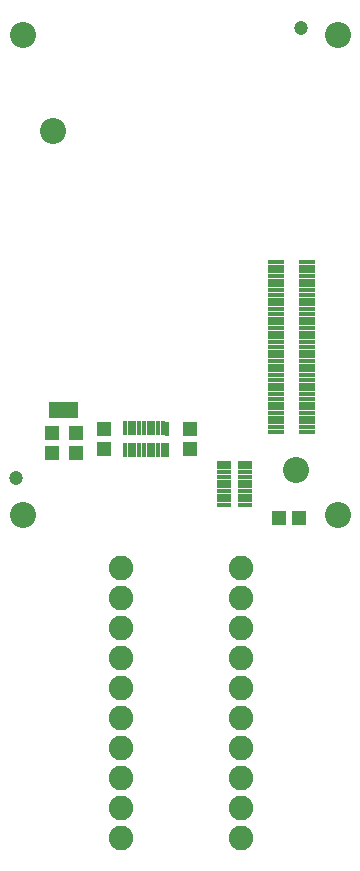
<source format=gbr>
G04 EAGLE Gerber RS-274X export*
G75*
%MOMM*%
%FSLAX34Y34*%
%LPD*%
%INSoldermask Top*%
%IPPOS*%
%AMOC8*
5,1,8,0,0,1.08239X$1,22.5*%
G01*
%ADD10C,2.203200*%
%ADD11R,1.343200X0.403200*%
%ADD12C,1.203200*%
%ADD13C,2.082800*%
%ADD14R,0.403200X1.303200*%
%ADD15R,0.403200X1.203200*%
%ADD16R,1.303200X0.403200*%
%ADD17R,1.203200X0.403200*%
%ADD18R,1.303200X1.203200*%
%ADD19R,1.203200X1.303200*%
%ADD20R,0.838200X1.473200*%


D10*
X285750Y19050D03*
X19050Y19050D03*
X19050Y425450D03*
X285750Y425450D03*
X44100Y344800D03*
X250100Y57900D03*
D11*
X259600Y229798D03*
X233200Y229798D03*
X259600Y225798D03*
X233200Y225798D03*
X259600Y221798D03*
X233200Y221798D03*
X259600Y217798D03*
X233200Y217798D03*
X259600Y213798D03*
X233200Y213798D03*
X259600Y209798D03*
X233200Y209798D03*
X259600Y205798D03*
X233200Y205798D03*
X259600Y201798D03*
X233200Y201798D03*
X259600Y197798D03*
X233200Y197798D03*
X259600Y193798D03*
X233200Y193798D03*
X259600Y189798D03*
X233200Y189798D03*
X259600Y185798D03*
X233200Y185798D03*
X259600Y181798D03*
X233200Y181798D03*
X259600Y177798D03*
X233200Y177798D03*
X259600Y173798D03*
X233200Y173798D03*
X259600Y169798D03*
X233200Y169798D03*
X259600Y165798D03*
X233200Y165798D03*
X259600Y161798D03*
X233200Y161798D03*
X259600Y157798D03*
X233200Y157798D03*
X259600Y153798D03*
X233200Y153798D03*
X259600Y149798D03*
X233200Y149798D03*
X259600Y145798D03*
X233200Y145798D03*
X259600Y141798D03*
X233200Y141798D03*
X259600Y137798D03*
X233200Y137798D03*
X259600Y133798D03*
X233200Y133798D03*
X259600Y129798D03*
X233200Y129798D03*
X259600Y125798D03*
X233200Y125798D03*
X259600Y121798D03*
X233200Y121798D03*
X259600Y117798D03*
X233200Y117798D03*
X259600Y113798D03*
X233200Y113798D03*
X259600Y109798D03*
X233200Y109798D03*
X259600Y105798D03*
X233200Y105798D03*
X259600Y101798D03*
X233200Y101798D03*
X259600Y97798D03*
X233200Y97798D03*
X259600Y93798D03*
X233200Y93798D03*
X259600Y89798D03*
X233200Y89798D03*
X259600Y233798D03*
X233200Y233798D03*
D12*
X12700Y50800D03*
X254000Y431800D03*
D13*
X203200Y-254000D03*
X203200Y-228600D03*
X203200Y-203200D03*
X203200Y-177800D03*
X203200Y-152400D03*
X203200Y-127000D03*
X203200Y-101600D03*
X203200Y-76200D03*
X203200Y-50800D03*
X203200Y-25400D03*
X101600Y-254000D03*
X101600Y-228600D03*
X101600Y-203200D03*
X101600Y-177800D03*
X101600Y-152400D03*
X101600Y-127000D03*
X101600Y-101600D03*
X101600Y-76200D03*
X101600Y-50800D03*
X101600Y-25400D03*
D14*
X141190Y92320D03*
D15*
X137190Y92820D03*
X133190Y92820D03*
X129190Y92820D03*
X125190Y92820D03*
X121190Y92820D03*
X117190Y92820D03*
X113190Y92820D03*
X109190Y92820D03*
X105190Y92820D03*
X105190Y74820D03*
X109190Y74820D03*
X113190Y74820D03*
X117190Y74820D03*
X121190Y74820D03*
X125190Y74820D03*
X129190Y74820D03*
X133190Y74820D03*
X137190Y74820D03*
X141190Y74820D03*
D16*
X206620Y27720D03*
D17*
X207120Y31720D03*
X207120Y35720D03*
X207120Y39720D03*
X207120Y43720D03*
X207120Y47720D03*
X207120Y51720D03*
X207120Y55720D03*
X207120Y59720D03*
X207120Y63720D03*
X189120Y63720D03*
X189120Y59720D03*
X189120Y55720D03*
X189120Y51720D03*
X189120Y47720D03*
X189120Y43720D03*
X189120Y39720D03*
X189120Y35720D03*
X189120Y31720D03*
X189120Y27720D03*
D18*
X252340Y16510D03*
X235340Y16510D03*
D19*
X43180Y71510D03*
X43180Y88510D03*
X87630Y75320D03*
X87630Y92320D03*
X63500Y71510D03*
X63500Y88510D03*
X160020Y92320D03*
X160020Y75320D03*
D20*
X61468Y107950D03*
X53340Y107950D03*
X45212Y107950D03*
M02*

</source>
